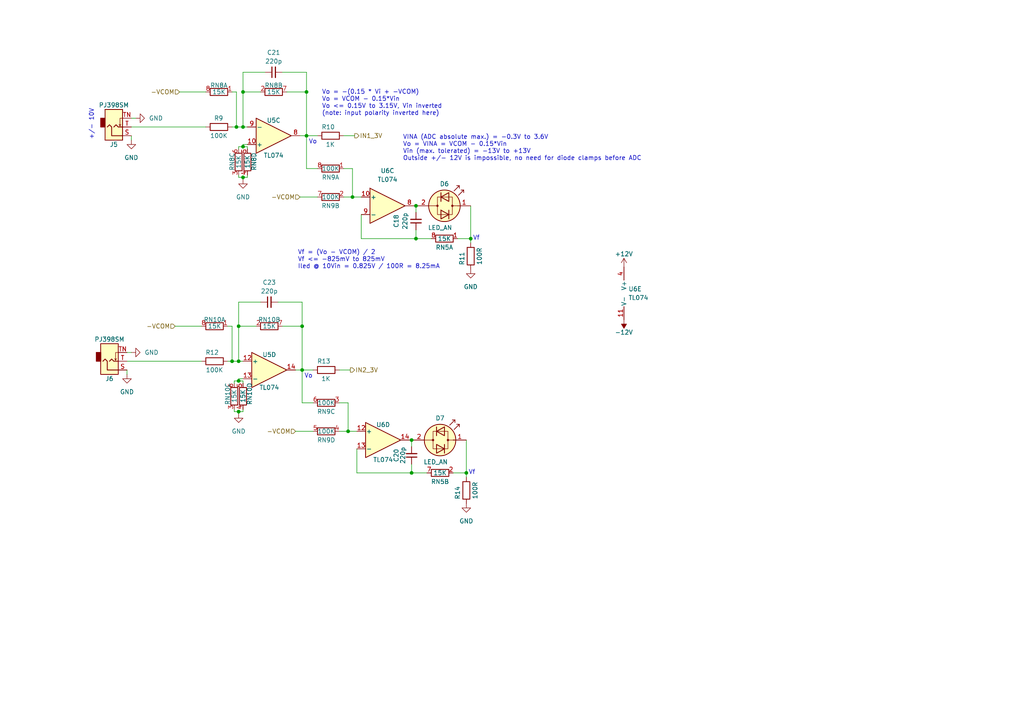
<source format=kicad_sch>
(kicad_sch (version 20211123) (generator eeschema)
  (paper "A4")
  (lib_symbols
    (symbol "Amplifier_Operational:TL074" (pin_names (offset 0.127))
      (property "Reference" "U" (at 0 5.08 0))
      (property "Value" "TL074" (at 0 -5.08 0))
      (symbol "TL074_1_1"
        (polyline (pts (xy -5.08 5.08) (xy 5.08 0) (xy -5.08 -5.08) (xy -5.08 5.08)) (stroke (width 0.254)) (fill (type background)))
        (pin output line (at 7.62 0 180) (length 2.54) (name "~") (number "1"))
        (pin input line (at -7.62 -2.54 0) (length 2.54) (name "-") (number "2"))
        (pin input line (at -7.62 2.54 0) (length 2.54) (name "+") (number "3"))
      )
      (symbol "TL074_2_1"
        (polyline (pts (xy -5.08 5.08) (xy 5.08 0) (xy -5.08 -5.08) (xy -5.08 5.08)) (stroke (width 0.254)) (fill (type background)))
        (pin input line (at -7.62 2.54 0) (length 2.54) (name "+") (number "5"))
        (pin input line (at -7.62 -2.54 0) (length 2.54) (name "-") (number "6"))
        (pin output line (at 7.62 0 180) (length 2.54) (name "~") (number "7"))
      )
      (symbol "TL074_3_1"
        (polyline (pts (xy -5.08 5.08) (xy 5.08 0) (xy -5.08 -5.08) (xy -5.08 5.08)) (stroke (width 0.254)) (fill (type background)))
        (pin input line (at -7.62 2.54 0) (length 2.54) (name "+") (number "10"))
        (pin output line (at 7.62 0 180) (length 2.54) (name "~") (number "8"))
        (pin input line (at -7.62 -2.54 0) (length 2.54) (name "-") (number "9"))
      )
      (symbol "TL074_4_1"
        (polyline (pts (xy -5.08 5.08) (xy 5.08 0) (xy -5.08 -5.08) (xy -5.08 5.08)) (stroke (width 0.254)) (fill (type background)))
        (pin input line (at -7.62 2.54 0) (length 2.54) (name "+") (number "12"))
        (pin input line (at -7.62 -2.54 0) (length 2.54) (name "-") (number "13"))
        (pin output line (at 7.62 0 180) (length 2.54) (name "~") (number "14"))
      )
      (symbol "TL074_5_1"
        (pin power_in line (at -2.54 -7.62 90) (length 3.81) (name "V-") (number "11"))
        (pin power_in line (at -2.54 7.62 270) (length 3.81) (name "V+") (number "4"))
      )
    )
    (symbol "Connector:AudioJack2_SwitchT"
      (property "Reference" "J" (at 0 8.89 0))
      (property "Value" "AudioJack2_SwitchT" (at 0 6.35 0))
      (symbol "AudioJack2_SwitchT_0_1"
        (rectangle (start -2.54 0) (end -3.81 -2.54) (stroke (width 0.254)) (fill (type outline)))
        (polyline (pts (xy 1.778 -0.254) (xy 2.032 -0.762)))
        (polyline (pts (xy 0 0) (xy 0.635 -0.635) (xy 1.27 0) (xy 2.54 0)) (stroke (width 0.254)))
        (polyline (pts (xy 2.54 -2.54) (xy 1.778 -2.54) (xy 1.778 -0.254) (xy 1.524 -0.762)))
        (polyline (pts (xy 2.54 2.54) (xy -0.635 2.54) (xy -0.635 0) (xy -1.27 -0.635) (xy -1.905 0)) (stroke (width 0.254)))
        (rectangle (start 2.54 3.81) (end -2.54 -5.08) (stroke (width 0.254)) (fill (type background)))
      )
      (symbol "AudioJack2_SwitchT_1_1"
        (pin passive line (at 5.08 2.54 180) (length 2.54) (name "~") (number "S"))
        (pin passive line (at 5.08 0 180) (length 2.54) (name "~") (number "T"))
        (pin passive line (at 5.08 -2.54 180) (length 2.54) (name "~") (number "TN"))
      )
    )
    (symbol "Device:C_Small" (pin_numbers hide) (pin_names (offset 0.254) hide)
      (property "Reference" "C" (at 0.254 1.778 0))
      (property "Value" "C_Small" (at 0.254 -2.032 0))
      (symbol "C_Small_0_1"
        (polyline (pts (xy -1.524 -0.508) (xy 1.524 -0.508)) (stroke (width 0.3302)))
        (polyline (pts (xy -1.524 0.508) (xy 1.524 0.508)) (stroke (width 0.3048)))
      )
      (symbol "C_Small_1_1"
        (pin passive line (at 0 2.54 270) (length 2.032) (name "~") (number "1"))
        (pin passive line (at 0 -2.54 90) (length 2.032) (name "~") (number "2"))
      )
    )
    (symbol "Device:LED_Dual_Bidirectional" (pin_names (offset 0) hide)
      (property "Reference" "D" (at 0 5.715 0))
      (property "Value" "LED_Dual_Bidirectional" (at 0 -6.35 0))
      (symbol "LED_Dual_Bidirectional_0_1"
        (circle (center -2.032 0) (radius 0.254) (fill (type outline)))
        (polyline (pts (xy -4.572 0) (xy -2.54 0)))
        (polyline (pts (xy -2.032 0) (xy -2.54 0)))
        (polyline (pts (xy -1.016 3.81) (xy -1.016 1.27)) (stroke (width 0.254)))
        (polyline (pts (xy 1.27 -1.27) (xy 1.27 -3.81)) (stroke (width 0.254)))
        (polyline (pts (xy 4.064 0) (xy 2.286 0)) (fill (type outline)))
        (polyline (pts (xy 4.318 5.842) (xy 4.318 5.08)) (stroke (width 0.2032)))
        (polyline (pts (xy 5.588 4.572) (xy 5.588 3.81)) (stroke (width 0.2032)))
        (polyline (pts (xy 2.794 4.318) (xy 4.318 5.842) (xy 3.556 5.842)) (stroke (width 0.2032)))
        (polyline (pts (xy 4.064 3.048) (xy 5.588 4.572) (xy 4.826 4.572)) (stroke (width 0.2032)))
        (polyline (pts (xy -1.016 -1.27) (xy -1.016 -3.81) (xy 1.27 -2.54) (xy -1.016 -1.27)) (stroke (width 0.254)))
        (polyline (pts (xy 1.27 3.81) (xy 1.27 1.27) (xy -1.016 2.54) (xy 1.27 3.81)) (stroke (width 0.254)))
        (polyline (pts (xy 2.286 2.54) (xy -2.032 2.54) (xy -2.032 -2.54) (xy 2.286 -2.54) (xy 2.286 2.54)))
        (circle (center 0 0) (radius 4.572) (stroke (width 0.254)) (fill (type background)))
        (circle (center 2.286 0) (radius 0.254) (fill (type outline)))
      )
      (symbol "LED_Dual_Bidirectional_1_1"
        (pin input line (at 7.62 0 180) (length 3.81) (name "KA") (number "1"))
        (pin input line (at -7.62 0 0) (length 3.048) (name "AK") (number "2"))
      )
    )
    (symbol "Device:R" (pin_numbers hide) (pin_names (offset 0))
      (property "Reference" "R" (at 2.032 0 90))
      (property "Value" "R" (at 0 0 90))
      (symbol "R_0_1"
        (rectangle (start -1.016 -2.54) (end 1.016 2.54) (stroke (width 0.254)))
      )
      (symbol "R_1_1"
        (pin passive line (at 0 3.81 270) (length 1.27) (name "~") (number "1"))
        (pin passive line (at 0 -3.81 90) (length 1.27) (name "~") (number "2"))
      )
    )
    (symbol "Device:R_Pack04_Split" (pin_names (offset 0) hide)
      (property "Reference" "RN" (at 2.032 0 90))
      (property "Value" "R_Pack04_Split" (at 0 0 90))
      (symbol "R_Pack04_Split_0_1"
        (rectangle (start 1.016 2.54) (end -1.016 -2.54) (stroke (width 0.254)))
      )
      (symbol "R_Pack04_Split_1_1"
        (pin passive line (at 0 -3.81 90) (length 1.27) (name "R1.1") (number "1"))
        (pin passive line (at 0 3.81 270) (length 1.27) (name "R1.2") (number "8"))
      )
      (symbol "R_Pack04_Split_2_1"
        (pin passive line (at 0 -3.81 90) (length 1.27) (name "R2.1") (number "2"))
        (pin passive line (at 0 3.81 270) (length 1.27) (name "R2.2") (number "7"))
      )
      (symbol "R_Pack04_Split_3_1"
        (pin passive line (at 0 -3.81 90) (length 1.27) (name "R3.1") (number "3"))
        (pin passive line (at 0 3.81 270) (length 1.27) (name "R3.2") (number "6"))
      )
      (symbol "R_Pack04_Split_4_1"
        (pin passive line (at 0 -3.81 90) (length 1.27) (name "R4.1") (number "4"))
        (pin passive line (at 0 3.81 270) (length 1.27) (name "R4.2") (number "5"))
      )
    )
    (symbol "power:+12V" (power) (pin_names (offset 0))
      (property "Value" "+12V" (at 0 3.556 0))
      (symbol "+12V_0_1"
        (polyline (pts (xy -0.762 1.27) (xy 0 2.54)))
        (polyline (pts (xy 0 0) (xy 0 2.54)))
        (polyline (pts (xy 0 2.54) (xy 0.762 1.27)))
      )
      (symbol "+12V_1_1"
        (pin power_in line (at 0 0 90) (length 0) hide (name "+12V") (number "1"))
      )
    )
    (symbol "power:-12V" (power) (pin_names (offset 0))
      (property "Value" "-12V" (at 0 3.81 0))
      (symbol "-12V_0_0"
        (pin power_in line (at 0 0 90) (length 0) hide (name "-12V") (number "1"))
      )
      (symbol "-12V_0_1"
        (polyline (pts (xy 0 0) (xy 0 1.27) (xy 0.762 1.27) (xy 0 2.54) (xy -0.762 1.27) (xy 0 1.27)) (fill (type outline)))
      )
    )
    (symbol "power:GND" (power) (pin_names (offset 0))
      (property "Value" "GND" (at 0 -3.81 0))
      (symbol "GND_0_1"
        (polyline (pts (xy 0 0) (xy 0 -1.27) (xy 1.27 -1.27) (xy 0 -2.54) (xy -1.27 -1.27) (xy 0 -1.27)))
      )
      (symbol "GND_1_1"
        (pin power_in line (at 0 0 270) (length 0) hide (name "GND") (number "1"))
      )
    )
  )
  (junction (at 136.525 69.215))
  (junction (at 69.215 94.615))
  (junction (at 87.63 94.615))
  (junction (at 69.215 119.38))
  (junction (at 87.63 107.315))
  (junction (at 119.38 127.635))
  (junction (at 68.58 36.83))
  (junction (at 100.965 125.095))
  (junction (at 67.31 104.775))
  (junction (at 88.9 39.37))
  (junction (at 69.215 110.49))
  (junction (at 135.255 137.16))
  (junction (at 70.485 42.545))
  (junction (at 119.38 137.16))
  (junction (at 88.9 26.67))
  (junction (at 102.235 57.15))
  (junction (at 120.65 59.69))
  (junction (at 70.485 36.83))
  (junction (at 70.485 26.67))
  (junction (at 70.485 51.435))
  (junction (at 69.215 104.775))
  (junction (at 120.65 69.215))
  (wire (pts (xy 81.915 94.615) (xy 87.63 94.615)))
  (wire (pts (xy 52.07 26.67) (xy 59.69 26.67)))
  (wire (pts (xy 68.58 36.83) (xy 70.485 36.83)))
  (wire (pts (xy 69.215 87.63) (xy 75.565 87.63)))
  (wire (pts (xy 67.945 110.49) (xy 67.945 111.125)))
  (wire (pts (xy 100.965 116.84) (xy 100.965 125.095)))
  (wire (pts (xy 70.485 36.83) (xy 70.485 26.67)))
  (wire (pts (xy 70.485 20.955) (xy 76.835 20.955)))
  (wire (pts (xy 70.485 111.125) (xy 70.485 110.49)))
  (wire (pts (xy 70.485 119.38) (xy 70.485 118.745)))
  (wire (pts (xy 67.945 119.38) (xy 69.215 119.38)))
  (wire (pts (xy 135.255 127.635) (xy 135.255 137.16)))
  (wire (pts (xy 132.715 69.215) (xy 136.525 69.215)))
  (wire (pts (xy 102.235 57.15) (xy 104.775 57.15)))
  (wire (pts (xy 69.215 50.8) (xy 69.215 51.435)))
  (wire (pts (xy 87.63 116.84) (xy 90.805 116.84)))
  (wire (pts (xy 70.485 26.67) (xy 75.565 26.67)))
  (wire (pts (xy 87.63 107.315) (xy 87.63 116.84)))
  (wire (pts (xy 38.1 34.29) (xy 39.37 34.29)))
  (wire (pts (xy 69.215 94.615) (xy 69.215 87.63)))
  (wire (pts (xy 36.83 107.315) (xy 36.83 108.585)))
  (wire (pts (xy 135.255 137.16) (xy 135.255 138.43)))
  (wire (pts (xy 103.505 137.16) (xy 119.38 137.16)))
  (wire (pts (xy 66.04 104.775) (xy 67.31 104.775)))
  (wire (pts (xy 68.58 26.67) (xy 68.58 36.83)))
  (wire (pts (xy 69.215 119.38) (xy 69.215 120.015)))
  (wire (pts (xy 71.755 42.545) (xy 70.485 42.545)))
  (wire (pts (xy 67.31 104.775) (xy 69.215 104.775)))
  (wire (pts (xy 67.945 118.745) (xy 67.945 119.38)))
  (wire (pts (xy 38.1 39.37) (xy 38.1 40.64)))
  (wire (pts (xy 70.485 110.49) (xy 69.215 110.49)))
  (wire (pts (xy 69.215 109.855) (xy 69.215 110.49)))
  (wire (pts (xy 88.9 39.37) (xy 88.9 48.895)))
  (wire (pts (xy 87.63 94.615) (xy 87.63 107.315)))
  (wire (pts (xy 118.745 127.635) (xy 119.38 127.635)))
  (wire (pts (xy 81.915 20.955) (xy 88.9 20.955)))
  (wire (pts (xy 88.9 39.37) (xy 92.075 39.37)))
  (wire (pts (xy 120.65 59.69) (xy 120.65 61.595)))
  (wire (pts (xy 120.65 59.69) (xy 121.285 59.69)))
  (wire (pts (xy 70.485 41.91) (xy 71.755 41.91)))
  (wire (pts (xy 119.38 127.635) (xy 119.38 129.54)))
  (wire (pts (xy 69.215 110.49) (xy 67.945 110.49)))
  (wire (pts (xy 99.695 39.37) (xy 102.87 39.37)))
  (wire (pts (xy 70.485 51.435) (xy 71.755 51.435)))
  (wire (pts (xy 70.485 41.91) (xy 70.485 42.545)))
  (wire (pts (xy 83.185 26.67) (xy 88.9 26.67)))
  (wire (pts (xy 71.755 51.435) (xy 71.755 50.8)))
  (wire (pts (xy 69.215 104.775) (xy 70.485 104.775)))
  (wire (pts (xy 98.425 107.315) (xy 101.6 107.315)))
  (wire (pts (xy 102.235 48.895) (xy 102.235 57.15)))
  (wire (pts (xy 69.215 94.615) (xy 74.295 94.615)))
  (wire (pts (xy 80.645 87.63) (xy 87.63 87.63)))
  (wire (pts (xy 36.83 102.235) (xy 38.1 102.235)))
  (wire (pts (xy 67.31 36.83) (xy 68.58 36.83)))
  (wire (pts (xy 120.65 66.675) (xy 120.65 69.215)))
  (wire (pts (xy 67.31 94.615) (xy 67.31 104.775)))
  (wire (pts (xy 87.63 107.315) (xy 90.805 107.315)))
  (wire (pts (xy 38.1 36.83) (xy 59.69 36.83)))
  (wire (pts (xy 69.215 109.855) (xy 70.485 109.855)))
  (wire (pts (xy 88.9 20.955) (xy 88.9 26.67)))
  (wire (pts (xy 67.31 26.67) (xy 68.58 26.67)))
  (wire (pts (xy 98.425 125.095) (xy 100.965 125.095)))
  (wire (pts (xy 69.215 104.775) (xy 69.215 94.615)))
  (wire (pts (xy 120.65 69.215) (xy 125.095 69.215)))
  (wire (pts (xy 70.485 36.83) (xy 71.755 36.83)))
  (wire (pts (xy 131.445 137.16) (xy 135.255 137.16)))
  (wire (pts (xy 70.485 42.545) (xy 69.215 42.545)))
  (wire (pts (xy 86.995 57.15) (xy 92.075 57.15)))
  (wire (pts (xy 36.83 104.775) (xy 58.42 104.775)))
  (wire (pts (xy 70.485 51.435) (xy 70.485 52.07)))
  (wire (pts (xy 70.485 26.67) (xy 70.485 20.955)))
  (wire (pts (xy 88.9 48.895) (xy 92.075 48.895)))
  (wire (pts (xy 136.525 59.69) (xy 136.525 69.215)))
  (wire (pts (xy 99.695 48.895) (xy 102.235 48.895)))
  (wire (pts (xy 88.9 26.67) (xy 88.9 39.37)))
  (wire (pts (xy 99.695 57.15) (xy 102.235 57.15)))
  (wire (pts (xy 123.825 137.16) (xy 119.38 137.16)))
  (wire (pts (xy 69.215 119.38) (xy 70.485 119.38)))
  (wire (pts (xy 50.8 94.615) (xy 58.42 94.615)))
  (wire (pts (xy 136.525 69.215) (xy 136.525 70.485)))
  (wire (pts (xy 87.63 87.63) (xy 87.63 94.615)))
  (wire (pts (xy 120.015 59.69) (xy 120.65 59.69)))
  (wire (pts (xy 85.725 125.095) (xy 90.805 125.095)))
  (wire (pts (xy 119.38 127.635) (xy 120.015 127.635)))
  (wire (pts (xy 69.215 42.545) (xy 69.215 43.18)))
  (wire (pts (xy 69.215 51.435) (xy 70.485 51.435)))
  (wire (pts (xy 104.775 62.23) (xy 104.775 69.215)))
  (wire (pts (xy 85.725 107.315) (xy 87.63 107.315)))
  (wire (pts (xy 66.04 94.615) (xy 67.31 94.615)))
  (wire (pts (xy 98.425 116.84) (xy 100.965 116.84)))
  (wire (pts (xy 104.775 69.215) (xy 120.65 69.215)))
  (wire (pts (xy 86.995 39.37) (xy 88.9 39.37)))
  (wire (pts (xy 103.505 130.175) (xy 103.505 137.16)))
  (wire (pts (xy 71.755 43.18) (xy 71.755 42.545)))
  (wire (pts (xy 119.38 134.62) (xy 119.38 137.16)))
  (wire (pts (xy 100.965 125.095) (xy 103.505 125.095)))
  (text "Vf = (Vo - VCOM) / 2\nVf <= -825mV to 825mV\nIled @ 10Vin = 0.825V / 100R = 8.25mA" (at 86.36 78.105 0) (effects (font (size 1.27 1.27)) (justify left bottom)))
  (text "+/- 10V" (at 27.305 40.64 90) (effects (font (size 1.27 1.27)) (justify left bottom)))
  (text "Vo = -(0.15 * Vi + -VCOM)\nVo = VCOM - 0.15*Vin\nVo <= 0.15V to 3.15V, Vin inverted\n(note: input polarity inverted here)" (at 93.345 33.655 0) (effects (font (size 1.27 1.27)) (justify left bottom)))
  (text "VINA (ADC absolute max.) = -0.3V to 3.6V\nVo = VINA = VCOM - 0.15*Vin\nVin (max. tolerated) = -13V to +13V\nOutside +/- 12V is impossible, no need for diode clamps before ADC" (at 116.84 46.736 0) (effects (font (size 1.27 1.27)) (justify left bottom)))
  (text "Vf" (at 135.89 137.795 0) (effects (font (size 1.27 1.27)) (justify left bottom)))
  (text "Vo" (at 89.535 41.91 0) (effects (font (size 1.27 1.27)) (justify left bottom)))
  (text "Vf" (at 137.16 69.85 0) (effects (font (size 1.27 1.27)) (justify left bottom)))
  (text "Vo" (at 88.265 109.855 0) (effects (font (size 1.27 1.27)) (justify left bottom)))
  (hierarchical_label "-VCOM" (shape input) (at 52.07 26.67 180))
  (hierarchical_label "IN1_3V" (shape output) (at 102.87 39.37 0))
  (hierarchical_label "IN2_3V" (shape output) (at 101.6 107.315 0))
  (hierarchical_label "-VCOM" (shape input) (at 86.995 57.15 180))
  (hierarchical_label "-VCOM" (shape input) (at 50.8 94.615 180))
  (hierarchical_label "-VCOM" (shape input) (at 85.725 125.095 180))
  (symbol (lib_id "Device:R_Pack04_Split") (at 78.105 94.615 270) (unit 2)
    (property "Reference" "RN10" (at 78.105 92.71 90))
    (property "Value" "15K" (at 78.105 94.615 90))
    (property "Footprint" "Resistor_SMD:R_Cat16-4" (effects hide))
    (property "dig#" "CAY16-1502F4LFCT-ND" (effects hide))
    (property "mfg#" "CAY16-1502F4LF" (effects hide))
  )
  (symbol (lib_id "Device:R_Pack04_Split") (at 128.905 69.215 90) (unit 1)
    (property "Reference" "RN5" (at 128.905 71.755 90))
    (property "Value" "15K" (at 128.905 69.215 90))
    (property "Footprint" "Resistor_SMD:R_Cat16-4" (effects hide))
    (property "dig#" "CAY16-1502F4LFCT-ND" (effects hide))
    (property "mfg#" "CAY16-1502F4LF" (effects hide))
  )
  (symbol (lib_id "Connector:AudioJack2_SwitchT") (at 33.02 36.83 0) (mirror x) (unit 1)
    (property "Reference" "J5" (at 33.02 41.91 0))
    (property "Value" "PJ398SM" (at 33.02 30.48 0))
    (property "Footprint" "AudioJacks:Jack_3.5mm_QingPu_WQP-PJ302M_Horizontal" (effects hide))
  )
  (symbol (lib_id "Amplifier_Operational:TL074") (at 79.375 39.37 0) (mirror x) (unit 3)
    (property "Reference" "U5" (at 79.375 34.925 0))
    (property "Value" "TL074" (at 79.375 45.085 0))
    (property "Footprint" "Package_SO:TSSOP-14_4.4x5mm_P0.65mm" (effects hide))
    (property "Datasheet" "http://www.ti.com/lit/ds/symlink/tl071.pdf" (effects hide))
    (property "dig#" "296-26697-5-ND" (effects hide))
    (property "mfg#" "TL074CPW" (effects hide))
  )
  (symbol (lib_id "Device:C_Small") (at 120.65 64.135 180) (unit 1)
    (property "Reference" "C18" (at 114.935 64.135 90))
    (property "Value" "220p" (at 117.475 64.135 90))
    (property "Footprint" "Capacitor_SMD:C_0603_1608Metric" (effects hide))
  )
  (symbol (lib_id "Amplifier_Operational:TL074") (at 111.125 127.635 0) (unit 4)
    (property "Reference" "U6" (at 111.125 123.19 0))
    (property "Value" "TL074" (at 111.125 133.35 0))
    (property "Footprint" "Package_SO:TSSOP-14_4.4x5mm_P0.65mm" (effects hide))
    (property "Datasheet" "http://www.ti.com/lit/ds/symlink/tl071.pdf" (effects hide))
    (property "dig#" "296-26697-5-ND" (effects hide))
    (property "mfg#" "TL074CPW" (effects hide))
  )
  (symbol (lib_id "Device:R_Pack04_Split") (at 94.615 125.095 90) (unit 4)
    (property "Reference" "RN9" (at 94.615 127.635 90))
    (property "Value" "100K" (at 94.615 125.095 90))
    (property "Footprint" "Resistor_SMD:R_Cat16-4" (effects hide))
    (property "dig#" "CAY16-1003F4LFCT-ND" (effects hide))
    (property "mfg#" "CAY16-1003F4LF" (effects hide))
  )
  (symbol (lib_id "Device:C_Small") (at 78.105 87.63 90) (unit 1)
    (property "Reference" "C23" (at 78.105 81.915 90))
    (property "Value" "220p" (at 78.105 84.455 90))
    (property "Footprint" "Capacitor_SMD:C_0603_1608Metric" (effects hide))
  )
  (symbol (lib_id "Device:R_Pack04_Split") (at 127.635 137.16 90) (unit 2)
    (property "Reference" "RN5" (at 127.635 139.7 90))
    (property "Value" "15K" (at 127.635 137.16 90))
    (property "Footprint" "Resistor_SMD:R_Cat16-4" (effects hide))
    (property "dig#" "CAY16-1502F4LFCT-ND" (effects hide))
    (property "mfg#" "CAY16-1502F4LF" (effects hide))
  )
  (symbol (lib_id "Device:R_Pack04_Split") (at 69.215 46.99 0) (unit 3)
    (property "Reference" "RN8" (at 67.31 49.53 90) (effects (justify left)))
    (property "Value" "15K" (at 69.215 48.895 90) (effects (justify left)))
    (property "Footprint" "Resistor_SMD:R_Cat16-4" (effects hide))
    (property "dig#" "CAY16-1502F4LFCT-ND" (effects hide))
    (property "mfg#" "CAY16-1502F4LF" (effects hide))
  )
  (symbol (lib_id "Connector:AudioJack2_SwitchT") (at 31.75 104.775 0) (mirror x) (unit 1)
    (property "Reference" "J6" (at 31.75 109.855 0))
    (property "Value" "PJ398SM" (at 31.75 98.425 0))
    (property "Footprint" "AudioJacks:Jack_3.5mm_QingPu_WQP-PJ302M_Horizontal" (effects hide))
  )
  (symbol (lib_id "Device:R") (at 63.5 36.83 90) (unit 1)
    (property "Reference" "R9" (at 64.77 34.29 90) (effects (justify left)))
    (property "Value" "100K" (at 66.04 39.37 90) (effects (justify left)))
    (property "Footprint" "Resistor_SMD:R_0603_1608Metric" (effects hide))
  )
  (symbol (lib_id "Device:R_Pack04_Split") (at 63.5 26.67 90) (unit 1)
    (property "Reference" "RN8" (at 63.5 24.765 90))
    (property "Value" "15K" (at 63.5 26.67 90))
    (property "Footprint" "Resistor_SMD:R_Cat16-4" (effects hide))
    (property "dig#" "CAY16-1502F4LFCT-ND" (effects hide))
    (property "mfg#" "CAY16-1502F4LF" (effects hide))
  )
  (symbol (lib_id "Device:R_Pack04_Split") (at 95.885 48.895 90) (unit 1)
    (property "Reference" "RN9" (at 95.885 51.435 90))
    (property "Value" "100K" (at 95.885 48.895 90))
    (property "Footprint" "Resistor_SMD:R_Cat16-4" (effects hide))
    (property "dig#" "CAY16-1003F4LFCT-ND" (effects hide))
    (property "mfg#" "CAY16-1003F4LF" (effects hide))
  )
  (symbol (lib_id "Device:R_Pack04_Split") (at 95.885 57.15 90) (unit 2)
    (property "Reference" "RN9" (at 95.885 59.69 90))
    (property "Value" "100K" (at 95.885 57.15 90))
    (property "Footprint" "Resistor_SMD:R_Cat16-4" (effects hide))
    (property "dig#" "CAY16-1003F4LFCT-ND" (effects hide))
    (property "mfg#" "CAY16-1003F4LF" (effects hide))
  )
  (symbol (lib_id "power:GND") (at 70.485 52.07 0) (unit 1)
    (property "Reference" "#PWR070" (effects hide))
    (property "Value" "GND" (at 70.485 57.15 0))
  )
  (symbol (lib_id "Device:LED_Dual_Bidirectional") (at 128.905 59.69 0) (unit 1)
    (property "Reference" "D6" (at 128.905 53.34 0))
    (property "Value" "LED_AN" (at 127.635 66.04 0))
    (property "Footprint" "LED_SMD:LED_1206_3216Metric" (effects hide))
    (property "dig#" "1497-1314-1-ND" (effects hide))
    (property "mfg#" "XZMDKVG55W-4" (effects hide))
  )
  (symbol (lib_id "Device:R_Pack04_Split") (at 70.485 114.935 0) (unit 4)
    (property "Reference" "RN10" (at 72.39 117.475 90) (effects (justify left)))
    (property "Value" "15K" (at 70.485 116.84 90) (effects (justify left)))
    (property "Footprint" "Resistor_SMD:R_Cat16-4" (effects hide))
    (property "dig#" "CAY16-1502F4LFCT-ND" (effects hide))
    (property "mfg#" "CAY16-1502F4LF" (effects hide))
  )
  (symbol (lib_id "Device:R_Pack04_Split") (at 62.23 94.615 90) (unit 1)
    (property "Reference" "RN10" (at 62.23 92.71 90))
    (property "Value" "15K" (at 62.23 94.615 90))
    (property "Footprint" "Resistor_SMD:R_Cat16-4" (effects hide))
    (property "dig#" "CAY16-1502F4LFCT-ND" (effects hide))
    (property "mfg#" "CAY16-1502F4LF" (effects hide))
  )
  (symbol (lib_id "power:GND") (at 136.525 78.105 0) (unit 1)
    (property "Reference" "#PWR072" (effects hide))
    (property "Value" "GND" (at 136.525 83.185 0))
  )
  (symbol (lib_id "Device:R_Pack04_Split") (at 67.945 114.935 0) (unit 3)
    (property "Reference" "RN10" (at 66.04 117.475 90) (effects (justify left)))
    (property "Value" "15K" (at 67.945 116.84 90) (effects (justify left)))
    (property "Footprint" "Resistor_SMD:R_Cat16-4" (effects hide))
    (property "dig#" "CAY16-1502F4LFCT-ND" (effects hide))
    (property "mfg#" "CAY16-1502F4LF" (effects hide))
  )
  (symbol (lib_id "Device:LED_Dual_Bidirectional") (at 127.635 127.635 0) (unit 1)
    (property "Reference" "D7" (at 127.635 121.285 0))
    (property "Value" "LED_AN" (at 126.365 133.985 0))
    (property "Footprint" "LED_SMD:LED_1206_3216Metric" (effects hide))
    (property "dig#" "1497-1314-1-ND" (effects hide))
    (property "mfg#" "XZMDKVG55W-4" (effects hide))
  )
  (symbol (lib_id "Device:R_Pack04_Split") (at 79.375 26.67 270) (unit 2)
    (property "Reference" "RN8" (at 79.375 24.765 90))
    (property "Value" "15K" (at 79.375 26.67 90))
    (property "Footprint" "Resistor_SMD:R_Cat16-4" (effects hide))
    (property "dig#" "CAY16-1502F4LFCT-ND" (effects hide))
    (property "mfg#" "CAY16-1502F4LF" (effects hide))
  )
  (symbol (lib_id "Device:R_Pack04_Split") (at 71.755 46.99 0) (unit 4)
    (property "Reference" "RN8" (at 73.66 49.53 90) (effects (justify left)))
    (property "Value" "15K" (at 71.755 48.895 90) (effects (justify left)))
    (property "Footprint" "Resistor_SMD:R_Cat16-4" (effects hide))
    (property "dig#" "CAY16-1502F4LFCT-ND" (effects hide))
    (property "mfg#" "CAY16-1502F4LF" (effects hide))
  )
  (symbol (lib_id "Amplifier_Operational:TL074") (at 112.395 59.69 0) (unit 3)
    (property "Reference" "U6" (at 112.395 49.53 0))
    (property "Value" "TL074" (at 112.395 52.07 0))
    (property "Footprint" "Package_SO:TSSOP-14_4.4x5mm_P0.65mm" (effects hide))
    (property "Datasheet" "http://www.ti.com/lit/ds/symlink/tl071.pdf" (effects hide))
    (property "dig#" "296-26697-5-ND" (effects hide))
    (property "mfg#" "TL074CPW" (effects hide))
  )
  (symbol (lib_id "Device:R") (at 136.525 74.295 180) (unit 1)
    (property "Reference" "R11" (at 133.985 73.025 90) (effects (justify left)))
    (property "Value" "100R" (at 139.065 71.755 90) (effects (justify left)))
    (property "Footprint" "Resistor_SMD:R_0603_1608Metric" (effects hide))
  )
  (symbol (lib_id "Device:R_Pack04_Split") (at 94.615 116.84 90) (unit 3)
    (property "Reference" "RN9" (at 94.615 119.38 90))
    (property "Value" "100K" (at 94.615 116.84 90))
    (property "Footprint" "Resistor_SMD:R_Cat16-4" (effects hide))
    (property "dig#" "CAY16-1003F4LFCT-ND" (effects hide))
    (property "mfg#" "CAY16-1003F4LF" (effects hide))
  )
  (symbol (lib_id "power:GND") (at 38.1 102.235 90) (unit 1)
    (property "Reference" "#PWR074" (effects hide))
    (property "Value" "GND" (at 41.91 102.2349 90) (effects (justify right)))
  )
  (symbol (lib_id "Device:R") (at 62.23 104.775 90) (unit 1)
    (property "Reference" "R12" (at 63.5 102.235 90) (effects (justify left)))
    (property "Value" "100K" (at 64.77 107.315 90) (effects (justify left)))
    (property "Footprint" "Resistor_SMD:R_0603_1608Metric" (effects hide))
  )
  (symbol (lib_id "Amplifier_Operational:TL074") (at 78.105 107.315 0) (unit 4)
    (property "Reference" "U5" (at 78.105 102.87 0))
    (property "Value" "TL074" (at 78.105 112.395 0))
    (property "Footprint" "Package_SO:TSSOP-14_4.4x5mm_P0.65mm" (effects hide))
    (property "Datasheet" "http://www.ti.com/lit/ds/symlink/tl071.pdf" (effects hide))
    (property "dig#" "296-26697-5-ND" (effects hide))
    (property "mfg#" "TL074CPW" (effects hide))
  )
  (symbol (lib_id "Amplifier_Operational:TL074") (at 183.515 85.09 0) (unit 5)
    (property "Reference" "U6" (at 182.245 83.8199 0) (effects (justify left)))
    (property "Value" "TL074" (at 182.245 86.3599 0) (effects (justify left)))
    (property "Footprint" "Package_SO:TSSOP-14_4.4x5mm_P0.65mm" (effects hide))
    (property "Datasheet" "http://www.ti.com/lit/ds/symlink/tl071.pdf" (effects hide))
    (property "dig#" "296-26697-5-ND" (effects hide))
    (property "mfg#" "TL074CPW" (effects hide))
  )
  (symbol (lib_id "power:+12V") (at 180.975 77.47 0) (unit 1)
    (property "Reference" "#PWR071" (effects hide))
    (property "Value" "+12V" (at 178.308 73.66 0) (effects (justify left)))
  )
  (symbol (lib_id "power:GND") (at 36.83 108.585 0) (unit 1)
    (property "Reference" "#PWR075" (effects hide))
    (property "Value" "GND" (at 36.83 113.665 0))
  )
  (symbol (lib_id "power:GND") (at 38.1 40.64 0) (unit 1)
    (property "Reference" "#PWR069" (effects hide))
    (property "Value" "GND" (at 38.1 45.72 0))
  )
  (symbol (lib_id "Device:C_Small") (at 119.38 132.08 180) (unit 1)
    (property "Reference" "C20" (at 114.935 132.08 90))
    (property "Value" "220p" (at 116.84 132.08 90))
    (property "Footprint" "Capacitor_SMD:C_0603_1608Metric" (effects hide))
  )
  (symbol (lib_id "Device:R") (at 94.615 107.315 90) (unit 1)
    (property "Reference" "R13" (at 95.885 104.775 90) (effects (justify left)))
    (property "Value" "1K" (at 95.885 109.855 90) (effects (justify left)))
    (property "Footprint" "Resistor_SMD:R_0603_1608Metric" (effects hide))
  )
  (symbol (lib_id "Device:R") (at 95.885 39.37 90) (unit 1)
    (property "Reference" "R10" (at 97.155 36.83 90) (effects (justify left)))
    (property "Value" "1K" (at 97.155 41.91 90) (effects (justify left)))
    (property "Footprint" "Resistor_SMD:R_0603_1608Metric" (effects hide))
  )
  (symbol (lib_id "power:GND") (at 69.215 120.015 0) (unit 1)
    (property "Reference" "#PWR076" (effects hide))
    (property "Value" "GND" (at 69.215 125.095 0))
  )
  (symbol (lib_id "power:GND") (at 135.255 146.05 0) (unit 1)
    (property "Reference" "#PWR077" (effects hide))
    (property "Value" "GND" (at 135.255 151.13 0))
  )
  (symbol (lib_id "Device:C_Small") (at 79.375 20.955 90) (unit 1)
    (property "Reference" "C21" (at 79.375 15.24 90))
    (property "Value" "220p" (at 79.375 17.78 90))
    (property "Footprint" "Capacitor_SMD:C_0603_1608Metric" (effects hide))
  )
  (symbol (lib_id "power:GND") (at 39.37 34.29 90) (unit 1)
    (property "Reference" "#PWR068" (effects hide))
    (property "Value" "GND" (at 43.18 34.2899 90) (effects (justify right)))
  )
  (symbol (lib_id "power:-12V") (at 180.975 92.71 180) (unit 1)
    (property "Reference" "#PWR073" (effects hide))
    (property "Value" "-12V" (at 178.308 96.393 0) (effects (justify right)))
  )
  (symbol (lib_id "Device:R") (at 135.255 142.24 180) (unit 1)
    (property "Reference" "R14" (at 132.715 140.97 90) (effects (justify left)))
    (property "Value" "100R" (at 137.795 139.7 90) (effects (justify left)))
    (property "Footprint" "Resistor_SMD:R_0603_1608Metric" (effects hide))
  )
)
</source>
